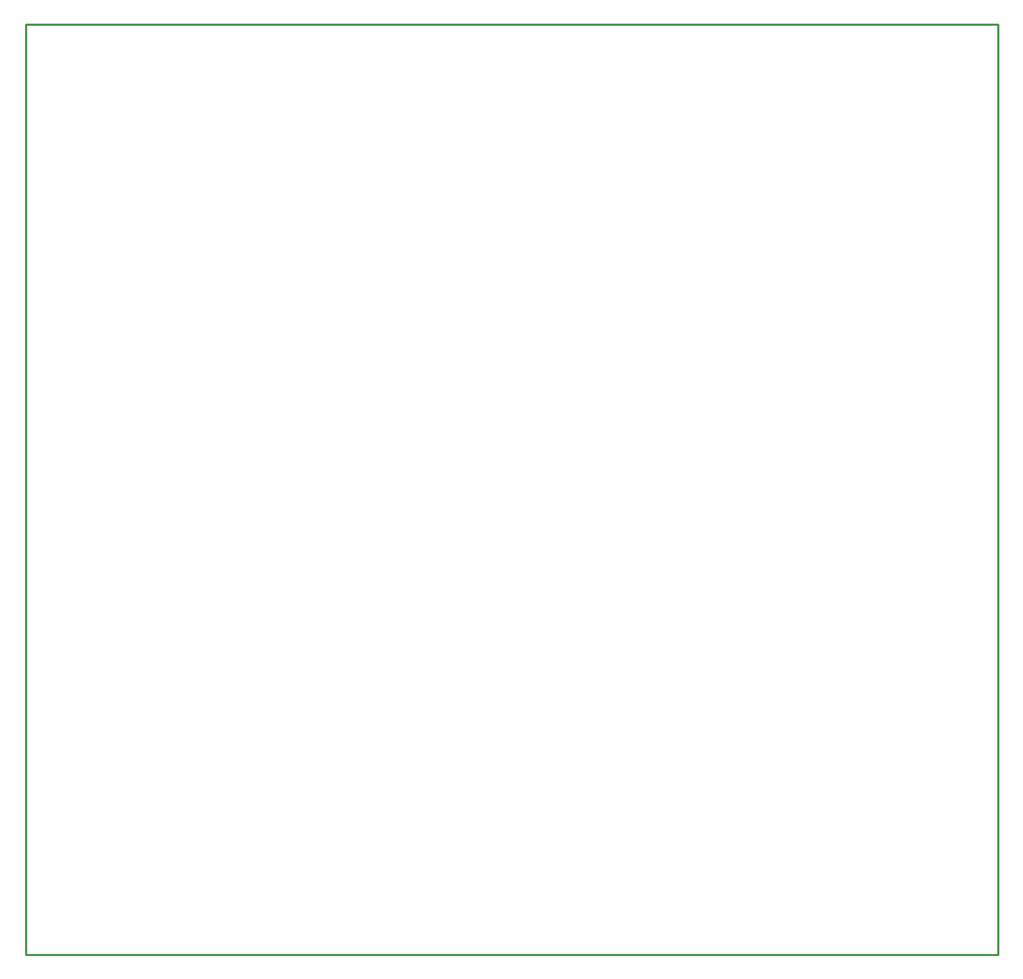
<source format=gm1>
G04*
G04 #@! TF.GenerationSoftware,Altium Limited,Altium Designer,26.1.1 (7)*
G04*
G04 Layer_Color=16711935*
%FSLAX44Y44*%
%MOMM*%
G71*
G04*
G04 #@! TF.SameCoordinates,8A9FE51E-C20A-4EA9-BD81-A080ABE951DA*
G04*
G04*
G04 #@! TF.FilePolarity,Positive*
G04*
G01*
G75*
%ADD53C,0.2540*%
D53*
X0Y1100000D02*
X1150000D01*
X0Y0D02*
X1150000D01*
X1150000Y1100000D02*
X1150000Y0D01*
X-0D02*
X0Y1100000D01*
M02*

</source>
